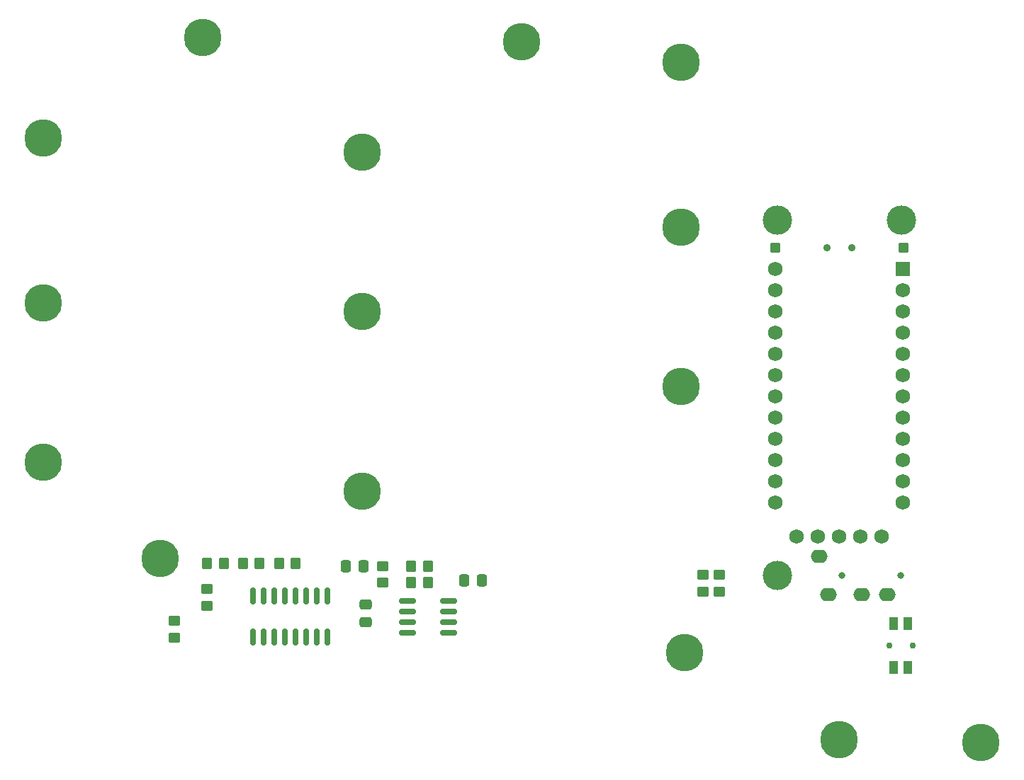
<source format=gts>
%TF.GenerationSoftware,KiCad,Pcbnew,7.0.5*%
%TF.CreationDate,2023-10-28T19:32:10+05:30*%
%TF.ProjectId,tako_left,74616b6f-5f6c-4656-9674-2e6b69636164,rev?*%
%TF.SameCoordinates,Original*%
%TF.FileFunction,Soldermask,Top*%
%TF.FilePolarity,Negative*%
%FSLAX46Y46*%
G04 Gerber Fmt 4.6, Leading zero omitted, Abs format (unit mm)*
G04 Created by KiCad (PCBNEW 7.0.5) date 2023-10-28 19:32:10*
%MOMM*%
%LPD*%
G01*
G04 APERTURE LIST*
G04 Aperture macros list*
%AMRoundRect*
0 Rectangle with rounded corners*
0 $1 Rounding radius*
0 $2 $3 $4 $5 $6 $7 $8 $9 X,Y pos of 4 corners*
0 Add a 4 corners polygon primitive as box body*
4,1,4,$2,$3,$4,$5,$6,$7,$8,$9,$2,$3,0*
0 Add four circle primitives for the rounded corners*
1,1,$1+$1,$2,$3*
1,1,$1+$1,$4,$5*
1,1,$1+$1,$6,$7*
1,1,$1+$1,$8,$9*
0 Add four rect primitives between the rounded corners*
20,1,$1+$1,$2,$3,$4,$5,0*
20,1,$1+$1,$4,$5,$6,$7,0*
20,1,$1+$1,$6,$7,$8,$9,0*
20,1,$1+$1,$8,$9,$2,$3,0*%
G04 Aperture macros list end*
%ADD10RoundRect,0.250000X0.337500X0.475000X-0.337500X0.475000X-0.337500X-0.475000X0.337500X-0.475000X0*%
%ADD11C,4.500000*%
%ADD12RoundRect,0.250000X-0.450000X0.350000X-0.450000X-0.350000X0.450000X-0.350000X0.450000X0.350000X0*%
%ADD13C,0.750000*%
%ADD14R,1.000000X1.550000*%
%ADD15RoundRect,0.250000X0.350000X0.450000X-0.350000X0.450000X-0.350000X-0.450000X0.350000X-0.450000X0*%
%ADD16RoundRect,0.150000X-0.825000X-0.150000X0.825000X-0.150000X0.825000X0.150000X-0.825000X0.150000X0*%
%ADD17RoundRect,0.312500X-0.312500X-0.312500X0.312500X-0.312500X0.312500X0.312500X-0.312500X0.312500X0*%
%ADD18C,3.500000*%
%ADD19RoundRect,0.250000X-0.337500X-0.475000X0.337500X-0.475000X0.337500X0.475000X-0.337500X0.475000X0*%
%ADD20RoundRect,0.250000X0.450000X-0.350000X0.450000X0.350000X-0.450000X0.350000X-0.450000X-0.350000X0*%
%ADD21C,0.800000*%
%ADD22O,2.000000X1.600000*%
%ADD23RoundRect,0.250000X0.475000X-0.337500X0.475000X0.337500X-0.475000X0.337500X-0.475000X-0.337500X0*%
%ADD24RoundRect,0.250000X-0.350000X-0.450000X0.350000X-0.450000X0.350000X0.450000X-0.350000X0.450000X0*%
%ADD25RoundRect,0.150000X0.150000X-0.825000X0.150000X0.825000X-0.150000X0.825000X-0.150000X-0.825000X0*%
%ADD26C,1.752600*%
%ADD27RoundRect,0.312500X0.312500X0.312500X-0.312500X0.312500X-0.312500X-0.312500X0.312500X-0.312500X0*%
%ADD28C,0.900000*%
%ADD29R,1.752600X1.752600*%
G04 APERTURE END LIST*
D10*
%TO.C,C3*%
X215026049Y-97598989D03*
X212951049Y-97598989D03*
%TD*%
D11*
%TO.C,H1*%
X162639543Y-44666058D03*
%TD*%
D12*
%TO.C,R12*%
X243439963Y-96966057D03*
X243439963Y-98966057D03*
%TD*%
D13*
%TO.C,RSW1*%
X266490971Y-105420627D03*
X263740971Y-105420627D03*
D14*
X265965971Y-102795627D03*
X265965971Y-108045627D03*
X264265971Y-102795627D03*
X264265971Y-108045627D03*
%TD*%
D15*
%TO.C,R7*%
X192804486Y-95592133D03*
X190804486Y-95592133D03*
%TD*%
D16*
%TO.C,U3*%
X206147514Y-100032135D03*
X206147514Y-101302135D03*
X206147514Y-102572135D03*
X206147514Y-103842135D03*
X211097514Y-103842135D03*
X211097514Y-102572135D03*
X211097514Y-101302135D03*
X211097514Y-100032135D03*
%TD*%
D17*
%TO.C,BAT_HOLE+1*%
X250116908Y-57819421D03*
%TD*%
D11*
%TO.C,H9*%
X219789549Y-33166058D03*
%TD*%
%TO.C,H10*%
X238839551Y-35666058D03*
%TD*%
D18*
%TO.C,H17*%
X250364002Y-97039421D03*
%TD*%
D11*
%TO.C,H13*%
X239297894Y-106243092D03*
%TD*%
%TO.C,H2*%
X162639541Y-64385492D03*
%TD*%
%TO.C,H5*%
X176639550Y-94960499D03*
%TD*%
D19*
%TO.C,C1*%
X198822514Y-95898991D03*
X200897514Y-95898991D03*
%TD*%
D20*
%TO.C,R9*%
X182238550Y-100648990D03*
X182238550Y-98648990D03*
%TD*%
D18*
%TO.C,H15*%
X250364001Y-54480531D03*
%TD*%
D15*
%TO.C,R6*%
X184238547Y-95542492D03*
X182238547Y-95542492D03*
%TD*%
D21*
%TO.C,J1*%
X265065975Y-97039423D03*
X258065975Y-97039423D03*
D22*
X255365975Y-94739423D03*
X263465975Y-99339423D03*
X260465975Y-99339423D03*
X256465975Y-99339423D03*
%TD*%
D23*
%TO.C,C2*%
X201122517Y-102579991D03*
X201122517Y-100504991D03*
%TD*%
D15*
%TO.C,R5*%
X188488548Y-95592136D03*
X186488548Y-95592136D03*
%TD*%
D11*
%TO.C,H14*%
X274694073Y-117014750D03*
%TD*%
D24*
%TO.C,R10*%
X206622514Y-97898990D03*
X208622514Y-97898990D03*
%TD*%
D11*
%TO.C,H12*%
X238839549Y-74434995D03*
%TD*%
%TO.C,H6*%
X200739542Y-46384998D03*
%TD*%
D20*
%TO.C,R8*%
X178304486Y-104459424D03*
X178304486Y-102459424D03*
%TD*%
D25*
%TO.C,U2*%
X187677517Y-104412137D03*
X188947517Y-104412137D03*
X190217517Y-104412137D03*
X191487517Y-104412137D03*
X192757517Y-104412137D03*
X194027517Y-104412137D03*
X195297517Y-104412137D03*
X196567517Y-104412137D03*
X196567517Y-99462137D03*
X195297517Y-99462137D03*
X194027517Y-99462137D03*
X192757517Y-99462137D03*
X191487517Y-99462137D03*
X190217517Y-99462137D03*
X188947517Y-99462137D03*
X187677517Y-99462137D03*
%TD*%
D24*
%TO.C,JP1*%
X206622517Y-95898992D03*
X208622517Y-95898992D03*
%TD*%
D11*
%TO.C,H4*%
X181689545Y-32666057D03*
%TD*%
%TO.C,H11*%
X238839549Y-55384995D03*
%TD*%
D26*
%TO.C,DISP1*%
X252674330Y-92332635D03*
X255214330Y-92332635D03*
X257754330Y-92332635D03*
X260294330Y-92332635D03*
X262834330Y-92332635D03*
%TD*%
D18*
%TO.C,H16*%
X265145326Y-54480079D03*
%TD*%
D11*
%TO.C,H7*%
X200739541Y-65434995D03*
%TD*%
D27*
%TO.C,BAT_HOLE-1*%
X265390409Y-57819423D03*
%TD*%
D20*
%TO.C,R11*%
X203222517Y-97898990D03*
X203222517Y-95898990D03*
%TD*%
D11*
%TO.C,H3*%
X162639550Y-83435488D03*
%TD*%
D12*
%TO.C,R4*%
X241489549Y-96959989D03*
X241489549Y-98959989D03*
%TD*%
D11*
%TO.C,H19*%
X257715972Y-116670626D03*
%TD*%
%TO.C,H8*%
X200739548Y-86959992D03*
%TD*%
D28*
%TO.C,PSW1*%
X256254580Y-57812138D03*
X259254580Y-57812138D03*
%TD*%
D29*
%TO.C,U1*%
X265374575Y-60373659D03*
D26*
X265374575Y-62913659D03*
X265374575Y-65453659D03*
X265374575Y-67993659D03*
X265374575Y-70533659D03*
X265374575Y-73073659D03*
X265374575Y-75613659D03*
X265374575Y-78153659D03*
X265374575Y-80693659D03*
X265374575Y-83233659D03*
X265374575Y-85773659D03*
X265374575Y-88313659D03*
X250134575Y-88313659D03*
X250134575Y-85773659D03*
X250134575Y-83233659D03*
X250134575Y-80693659D03*
X250134575Y-78153659D03*
X250134575Y-75613659D03*
X250134575Y-73073659D03*
X250134575Y-70533659D03*
X250134575Y-67993659D03*
X250134575Y-65453659D03*
X250134575Y-62913659D03*
X250134575Y-60373659D03*
%TD*%
M02*

</source>
